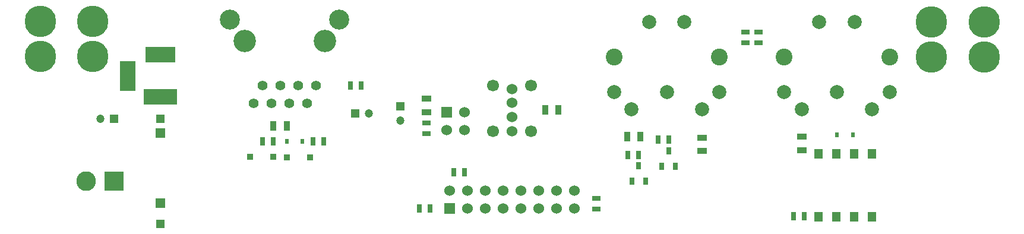
<source format=gts>
G04 (created by PCBNEW (2013-07-07 BZR 4022)-stable) date 14/05/2014 10:05:02*
%MOIN*%
G04 Gerber Fmt 3.4, Leading zero omitted, Abs format*
%FSLAX34Y34*%
G01*
G70*
G90*
G04 APERTURE LIST*
%ADD10C,0.00590551*%
%ADD11R,0.0315X0.0394*%
%ADD12R,0.0335X0.0335*%
%ADD13C,0.0472441*%
%ADD14R,0.0472441X0.0472441*%
%ADD15R,0.025X0.045*%
%ADD16R,0.045X0.025*%
%ADD17R,0.035X0.055*%
%ADD18R,0.055X0.035*%
%ADD19R,0.0472441X0.0551181*%
%ADD20R,0.024X0.027*%
%ADD21R,0.06X0.06*%
%ADD22C,0.06*%
%ADD23R,0.11X0.11*%
%ADD24C,0.11*%
%ADD25R,0.0511811X0.0511811*%
%ADD26C,0.177165*%
%ADD27C,0.0551181*%
%ADD28C,0.112205*%
%ADD29C,0.125984*%
%ADD30C,0.0669291*%
%ADD31C,0.0944882*%
%ADD32C,0.0787402*%
%ADD33R,0.0531496X0.0531496*%
%ADD34R,0.169291X0.0905512*%
%ADD35R,0.188976X0.0905512*%
%ADD36R,0.0905512X0.169291*%
G04 APERTURE END LIST*
G54D10*
G54D11*
X36275Y-8267D03*
X36650Y-9133D03*
X35900Y-9133D03*
G54D12*
X12786Y-8610D03*
X14104Y-8610D03*
X16164Y-8625D03*
X14846Y-8625D03*
G54D13*
X19468Y-6175D03*
G54D14*
X18681Y-6175D03*
G54D15*
X24220Y-9460D03*
X24820Y-9460D03*
G54D16*
X40585Y-1610D03*
X40585Y-2210D03*
G54D15*
X43905Y-11955D03*
X43305Y-11955D03*
X18415Y-4615D03*
X19015Y-4615D03*
X34600Y-8500D03*
X34000Y-8500D03*
G54D16*
X41310Y-1610D03*
X41310Y-2210D03*
G54D15*
X36275Y-7650D03*
X35675Y-7650D03*
G54D16*
X32215Y-10935D03*
X32215Y-11535D03*
G54D15*
X16320Y-7750D03*
X16920Y-7750D03*
X13500Y-7750D03*
X14100Y-7750D03*
X22875Y-11500D03*
X22275Y-11500D03*
G54D17*
X34700Y-7475D03*
X33950Y-7475D03*
G54D18*
X38150Y-7525D03*
X38150Y-8275D03*
X43750Y-7475D03*
X43750Y-8225D03*
G54D17*
X14845Y-6870D03*
X14095Y-6870D03*
G54D19*
X47675Y-8428D03*
X46675Y-8428D03*
X45675Y-8428D03*
X44675Y-8428D03*
X47675Y-11971D03*
X46675Y-11971D03*
X45675Y-11971D03*
X44675Y-11971D03*
G54D20*
X15730Y-7750D03*
X14850Y-7750D03*
X45735Y-7375D03*
X46615Y-7375D03*
G54D11*
X34600Y-9117D03*
X34975Y-9983D03*
X34225Y-9983D03*
G54D21*
X24000Y-11500D03*
G54D22*
X24000Y-10500D03*
X25000Y-11500D03*
X25000Y-10500D03*
X26000Y-11500D03*
X26000Y-10500D03*
X27000Y-11500D03*
X27000Y-10500D03*
X28000Y-11500D03*
X28000Y-10500D03*
X29000Y-11500D03*
X29000Y-10500D03*
X30000Y-11500D03*
X30000Y-10500D03*
X31000Y-11500D03*
X31000Y-10500D03*
G54D23*
X5150Y-9970D03*
G54D24*
X3591Y-9970D03*
G54D13*
X4386Y-6490D03*
G54D14*
X5173Y-6490D03*
G54D25*
X7760Y-12372D03*
X7760Y-6467D03*
G54D26*
X53986Y-3014D03*
X51033Y-3014D03*
X53986Y-1045D03*
X51033Y-1045D03*
X3966Y-2979D03*
X1013Y-2979D03*
X3966Y-1010D03*
X1013Y-1010D03*
G54D16*
X22675Y-7300D03*
X22675Y-6700D03*
G54D21*
X23825Y-6100D03*
G54D22*
X24825Y-6100D03*
X23825Y-7100D03*
X24825Y-7100D03*
G54D18*
X22675Y-6100D03*
X22675Y-5350D03*
G54D13*
X21225Y-6568D03*
G54D14*
X21225Y-5781D03*
G54D17*
X30100Y-5975D03*
X29350Y-5975D03*
G54D27*
X12975Y-5610D03*
X13975Y-5610D03*
X14975Y-5610D03*
X15975Y-5610D03*
X14475Y-4610D03*
X15475Y-4610D03*
G54D28*
X11673Y-909D03*
X17776Y-909D03*
G54D27*
X13475Y-4610D03*
X16475Y-4610D03*
G54D29*
X12475Y-2110D03*
X16975Y-2110D03*
G54D22*
X27500Y-4800D03*
X27500Y-5587D03*
X27500Y-6374D03*
G54D30*
X28570Y-4611D03*
G54D22*
X27500Y-7162D03*
G54D30*
X28570Y-7162D03*
X26429Y-4611D03*
X26429Y-7162D03*
G54D31*
X42772Y-3000D03*
G54D32*
X43756Y-5952D03*
X44740Y-1031D03*
X42772Y-4968D03*
X45725Y-4968D03*
X48677Y-4968D03*
X47693Y-5952D03*
X46709Y-1031D03*
G54D31*
X48677Y-3000D03*
X33222Y-3000D03*
G54D32*
X34206Y-5952D03*
X35190Y-1031D03*
X33222Y-4968D03*
X36175Y-4968D03*
X39127Y-4968D03*
X38143Y-5952D03*
X37159Y-1031D03*
G54D31*
X39127Y-3000D03*
G54D33*
X7763Y-11220D03*
X7763Y-7283D03*
G54D34*
X7760Y-2888D03*
G54D35*
X7760Y-5251D03*
G54D36*
X5909Y-4070D03*
M02*

</source>
